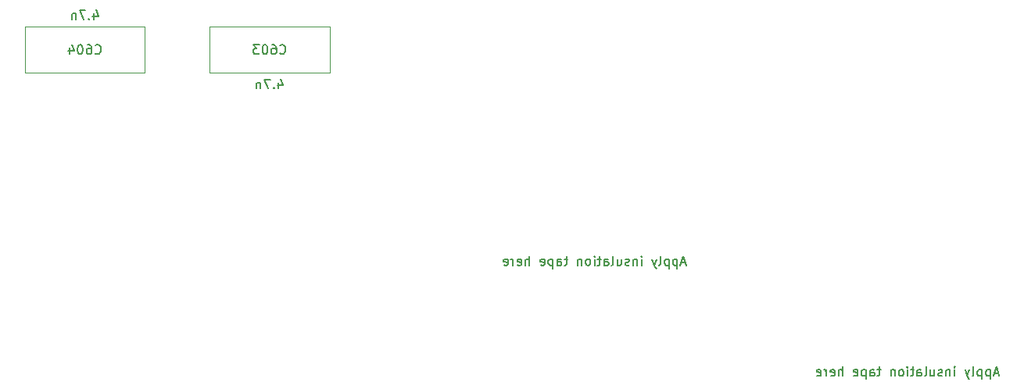
<source format=gbr>
G04 #@! TF.GenerationSoftware,KiCad,Pcbnew,5.1.10*
G04 #@! TF.CreationDate,2021-07-03T00:07:38+02:00*
G04 #@! TF.ProjectId,main,6d61696e-2e6b-4696-9361-645f70636258,v1.10*
G04 #@! TF.SameCoordinates,Original*
G04 #@! TF.FileFunction,Other,Fab,Bot*
%FSLAX46Y46*%
G04 Gerber Fmt 4.6, Leading zero omitted, Abs format (unit mm)*
G04 Created by KiCad (PCBNEW 5.1.10) date 2021-07-03 00:07:38*
%MOMM*%
%LPD*%
G01*
G04 APERTURE LIST*
%ADD10C,0.150000*%
%ADD11C,0.100000*%
G04 APERTURE END LIST*
D10*
X192957142Y-116566666D02*
X192480952Y-116566666D01*
X193052380Y-116852380D02*
X192719047Y-115852380D01*
X192385714Y-116852380D01*
X192052380Y-116185714D02*
X192052380Y-117185714D01*
X192052380Y-116233333D02*
X191957142Y-116185714D01*
X191766666Y-116185714D01*
X191671428Y-116233333D01*
X191623809Y-116280952D01*
X191576190Y-116376190D01*
X191576190Y-116661904D01*
X191623809Y-116757142D01*
X191671428Y-116804761D01*
X191766666Y-116852380D01*
X191957142Y-116852380D01*
X192052380Y-116804761D01*
X191147619Y-116185714D02*
X191147619Y-117185714D01*
X191147619Y-116233333D02*
X191052380Y-116185714D01*
X190861904Y-116185714D01*
X190766666Y-116233333D01*
X190719047Y-116280952D01*
X190671428Y-116376190D01*
X190671428Y-116661904D01*
X190719047Y-116757142D01*
X190766666Y-116804761D01*
X190861904Y-116852380D01*
X191052380Y-116852380D01*
X191147619Y-116804761D01*
X190100000Y-116852380D02*
X190195238Y-116804761D01*
X190242857Y-116709523D01*
X190242857Y-115852380D01*
X189814285Y-116185714D02*
X189576190Y-116852380D01*
X189338095Y-116185714D02*
X189576190Y-116852380D01*
X189671428Y-117090476D01*
X189719047Y-117138095D01*
X189814285Y-117185714D01*
X188195238Y-116852380D02*
X188195238Y-116185714D01*
X188195238Y-115852380D02*
X188242857Y-115900000D01*
X188195238Y-115947619D01*
X188147619Y-115900000D01*
X188195238Y-115852380D01*
X188195238Y-115947619D01*
X187719047Y-116185714D02*
X187719047Y-116852380D01*
X187719047Y-116280952D02*
X187671428Y-116233333D01*
X187576190Y-116185714D01*
X187433333Y-116185714D01*
X187338095Y-116233333D01*
X187290476Y-116328571D01*
X187290476Y-116852380D01*
X186861904Y-116804761D02*
X186766666Y-116852380D01*
X186576190Y-116852380D01*
X186480952Y-116804761D01*
X186433333Y-116709523D01*
X186433333Y-116661904D01*
X186480952Y-116566666D01*
X186576190Y-116519047D01*
X186719047Y-116519047D01*
X186814285Y-116471428D01*
X186861904Y-116376190D01*
X186861904Y-116328571D01*
X186814285Y-116233333D01*
X186719047Y-116185714D01*
X186576190Y-116185714D01*
X186480952Y-116233333D01*
X185576190Y-116185714D02*
X185576190Y-116852380D01*
X186004761Y-116185714D02*
X186004761Y-116709523D01*
X185957142Y-116804761D01*
X185861904Y-116852380D01*
X185719047Y-116852380D01*
X185623809Y-116804761D01*
X185576190Y-116757142D01*
X184957142Y-116852380D02*
X185052380Y-116804761D01*
X185100000Y-116709523D01*
X185100000Y-115852380D01*
X184147619Y-116852380D02*
X184147619Y-116328571D01*
X184195238Y-116233333D01*
X184290476Y-116185714D01*
X184480952Y-116185714D01*
X184576190Y-116233333D01*
X184147619Y-116804761D02*
X184242857Y-116852380D01*
X184480952Y-116852380D01*
X184576190Y-116804761D01*
X184623809Y-116709523D01*
X184623809Y-116614285D01*
X184576190Y-116519047D01*
X184480952Y-116471428D01*
X184242857Y-116471428D01*
X184147619Y-116423809D01*
X183814285Y-116185714D02*
X183433333Y-116185714D01*
X183671428Y-115852380D02*
X183671428Y-116709523D01*
X183623809Y-116804761D01*
X183528571Y-116852380D01*
X183433333Y-116852380D01*
X183100000Y-116852380D02*
X183100000Y-116185714D01*
X183100000Y-115852380D02*
X183147619Y-115900000D01*
X183100000Y-115947619D01*
X183052380Y-115900000D01*
X183100000Y-115852380D01*
X183100000Y-115947619D01*
X182480952Y-116852380D02*
X182576190Y-116804761D01*
X182623809Y-116757142D01*
X182671428Y-116661904D01*
X182671428Y-116376190D01*
X182623809Y-116280952D01*
X182576190Y-116233333D01*
X182480952Y-116185714D01*
X182338095Y-116185714D01*
X182242857Y-116233333D01*
X182195238Y-116280952D01*
X182147619Y-116376190D01*
X182147619Y-116661904D01*
X182195238Y-116757142D01*
X182242857Y-116804761D01*
X182338095Y-116852380D01*
X182480952Y-116852380D01*
X181719047Y-116185714D02*
X181719047Y-116852380D01*
X181719047Y-116280952D02*
X181671428Y-116233333D01*
X181576190Y-116185714D01*
X181433333Y-116185714D01*
X181338095Y-116233333D01*
X181290476Y-116328571D01*
X181290476Y-116852380D01*
X180195238Y-116185714D02*
X179814285Y-116185714D01*
X180052380Y-115852380D02*
X180052380Y-116709523D01*
X180004761Y-116804761D01*
X179909523Y-116852380D01*
X179814285Y-116852380D01*
X179052380Y-116852380D02*
X179052380Y-116328571D01*
X179100000Y-116233333D01*
X179195238Y-116185714D01*
X179385714Y-116185714D01*
X179480952Y-116233333D01*
X179052380Y-116804761D02*
X179147619Y-116852380D01*
X179385714Y-116852380D01*
X179480952Y-116804761D01*
X179528571Y-116709523D01*
X179528571Y-116614285D01*
X179480952Y-116519047D01*
X179385714Y-116471428D01*
X179147619Y-116471428D01*
X179052380Y-116423809D01*
X178576190Y-116185714D02*
X178576190Y-117185714D01*
X178576190Y-116233333D02*
X178480952Y-116185714D01*
X178290476Y-116185714D01*
X178195238Y-116233333D01*
X178147619Y-116280952D01*
X178100000Y-116376190D01*
X178100000Y-116661904D01*
X178147619Y-116757142D01*
X178195238Y-116804761D01*
X178290476Y-116852380D01*
X178480952Y-116852380D01*
X178576190Y-116804761D01*
X177290476Y-116804761D02*
X177385714Y-116852380D01*
X177576190Y-116852380D01*
X177671428Y-116804761D01*
X177719047Y-116709523D01*
X177719047Y-116328571D01*
X177671428Y-116233333D01*
X177576190Y-116185714D01*
X177385714Y-116185714D01*
X177290476Y-116233333D01*
X177242857Y-116328571D01*
X177242857Y-116423809D01*
X177719047Y-116519047D01*
X176052380Y-116852380D02*
X176052380Y-115852380D01*
X175623809Y-116852380D02*
X175623809Y-116328571D01*
X175671428Y-116233333D01*
X175766666Y-116185714D01*
X175909523Y-116185714D01*
X176004761Y-116233333D01*
X176052380Y-116280952D01*
X174766666Y-116804761D02*
X174861904Y-116852380D01*
X175052380Y-116852380D01*
X175147619Y-116804761D01*
X175195238Y-116709523D01*
X175195238Y-116328571D01*
X175147619Y-116233333D01*
X175052380Y-116185714D01*
X174861904Y-116185714D01*
X174766666Y-116233333D01*
X174719047Y-116328571D01*
X174719047Y-116423809D01*
X175195238Y-116519047D01*
X174290476Y-116852380D02*
X174290476Y-116185714D01*
X174290476Y-116376190D02*
X174242857Y-116280952D01*
X174195238Y-116233333D01*
X174100000Y-116185714D01*
X174004761Y-116185714D01*
X173290476Y-116804761D02*
X173385714Y-116852380D01*
X173576190Y-116852380D01*
X173671428Y-116804761D01*
X173719047Y-116709523D01*
X173719047Y-116328571D01*
X173671428Y-116233333D01*
X173576190Y-116185714D01*
X173385714Y-116185714D01*
X173290476Y-116233333D01*
X173242857Y-116328571D01*
X173242857Y-116423809D01*
X173719047Y-116519047D01*
X159057142Y-104566666D02*
X158580952Y-104566666D01*
X159152380Y-104852380D02*
X158819047Y-103852380D01*
X158485714Y-104852380D01*
X158152380Y-104185714D02*
X158152380Y-105185714D01*
X158152380Y-104233333D02*
X158057142Y-104185714D01*
X157866666Y-104185714D01*
X157771428Y-104233333D01*
X157723809Y-104280952D01*
X157676190Y-104376190D01*
X157676190Y-104661904D01*
X157723809Y-104757142D01*
X157771428Y-104804761D01*
X157866666Y-104852380D01*
X158057142Y-104852380D01*
X158152380Y-104804761D01*
X157247619Y-104185714D02*
X157247619Y-105185714D01*
X157247619Y-104233333D02*
X157152380Y-104185714D01*
X156961904Y-104185714D01*
X156866666Y-104233333D01*
X156819047Y-104280952D01*
X156771428Y-104376190D01*
X156771428Y-104661904D01*
X156819047Y-104757142D01*
X156866666Y-104804761D01*
X156961904Y-104852380D01*
X157152380Y-104852380D01*
X157247619Y-104804761D01*
X156200000Y-104852380D02*
X156295238Y-104804761D01*
X156342857Y-104709523D01*
X156342857Y-103852380D01*
X155914285Y-104185714D02*
X155676190Y-104852380D01*
X155438095Y-104185714D02*
X155676190Y-104852380D01*
X155771428Y-105090476D01*
X155819047Y-105138095D01*
X155914285Y-105185714D01*
X154295238Y-104852380D02*
X154295238Y-104185714D01*
X154295238Y-103852380D02*
X154342857Y-103900000D01*
X154295238Y-103947619D01*
X154247619Y-103900000D01*
X154295238Y-103852380D01*
X154295238Y-103947619D01*
X153819047Y-104185714D02*
X153819047Y-104852380D01*
X153819047Y-104280952D02*
X153771428Y-104233333D01*
X153676190Y-104185714D01*
X153533333Y-104185714D01*
X153438095Y-104233333D01*
X153390476Y-104328571D01*
X153390476Y-104852380D01*
X152961904Y-104804761D02*
X152866666Y-104852380D01*
X152676190Y-104852380D01*
X152580952Y-104804761D01*
X152533333Y-104709523D01*
X152533333Y-104661904D01*
X152580952Y-104566666D01*
X152676190Y-104519047D01*
X152819047Y-104519047D01*
X152914285Y-104471428D01*
X152961904Y-104376190D01*
X152961904Y-104328571D01*
X152914285Y-104233333D01*
X152819047Y-104185714D01*
X152676190Y-104185714D01*
X152580952Y-104233333D01*
X151676190Y-104185714D02*
X151676190Y-104852380D01*
X152104761Y-104185714D02*
X152104761Y-104709523D01*
X152057142Y-104804761D01*
X151961904Y-104852380D01*
X151819047Y-104852380D01*
X151723809Y-104804761D01*
X151676190Y-104757142D01*
X151057142Y-104852380D02*
X151152380Y-104804761D01*
X151200000Y-104709523D01*
X151200000Y-103852380D01*
X150247619Y-104852380D02*
X150247619Y-104328571D01*
X150295238Y-104233333D01*
X150390476Y-104185714D01*
X150580952Y-104185714D01*
X150676190Y-104233333D01*
X150247619Y-104804761D02*
X150342857Y-104852380D01*
X150580952Y-104852380D01*
X150676190Y-104804761D01*
X150723809Y-104709523D01*
X150723809Y-104614285D01*
X150676190Y-104519047D01*
X150580952Y-104471428D01*
X150342857Y-104471428D01*
X150247619Y-104423809D01*
X149914285Y-104185714D02*
X149533333Y-104185714D01*
X149771428Y-103852380D02*
X149771428Y-104709523D01*
X149723809Y-104804761D01*
X149628571Y-104852380D01*
X149533333Y-104852380D01*
X149200000Y-104852380D02*
X149200000Y-104185714D01*
X149200000Y-103852380D02*
X149247619Y-103900000D01*
X149200000Y-103947619D01*
X149152380Y-103900000D01*
X149200000Y-103852380D01*
X149200000Y-103947619D01*
X148580952Y-104852380D02*
X148676190Y-104804761D01*
X148723809Y-104757142D01*
X148771428Y-104661904D01*
X148771428Y-104376190D01*
X148723809Y-104280952D01*
X148676190Y-104233333D01*
X148580952Y-104185714D01*
X148438095Y-104185714D01*
X148342857Y-104233333D01*
X148295238Y-104280952D01*
X148247619Y-104376190D01*
X148247619Y-104661904D01*
X148295238Y-104757142D01*
X148342857Y-104804761D01*
X148438095Y-104852380D01*
X148580952Y-104852380D01*
X147819047Y-104185714D02*
X147819047Y-104852380D01*
X147819047Y-104280952D02*
X147771428Y-104233333D01*
X147676190Y-104185714D01*
X147533333Y-104185714D01*
X147438095Y-104233333D01*
X147390476Y-104328571D01*
X147390476Y-104852380D01*
X146295238Y-104185714D02*
X145914285Y-104185714D01*
X146152380Y-103852380D02*
X146152380Y-104709523D01*
X146104761Y-104804761D01*
X146009523Y-104852380D01*
X145914285Y-104852380D01*
X145152380Y-104852380D02*
X145152380Y-104328571D01*
X145200000Y-104233333D01*
X145295238Y-104185714D01*
X145485714Y-104185714D01*
X145580952Y-104233333D01*
X145152380Y-104804761D02*
X145247619Y-104852380D01*
X145485714Y-104852380D01*
X145580952Y-104804761D01*
X145628571Y-104709523D01*
X145628571Y-104614285D01*
X145580952Y-104519047D01*
X145485714Y-104471428D01*
X145247619Y-104471428D01*
X145152380Y-104423809D01*
X144676190Y-104185714D02*
X144676190Y-105185714D01*
X144676190Y-104233333D02*
X144580952Y-104185714D01*
X144390476Y-104185714D01*
X144295238Y-104233333D01*
X144247619Y-104280952D01*
X144200000Y-104376190D01*
X144200000Y-104661904D01*
X144247619Y-104757142D01*
X144295238Y-104804761D01*
X144390476Y-104852380D01*
X144580952Y-104852380D01*
X144676190Y-104804761D01*
X143390476Y-104804761D02*
X143485714Y-104852380D01*
X143676190Y-104852380D01*
X143771428Y-104804761D01*
X143819047Y-104709523D01*
X143819047Y-104328571D01*
X143771428Y-104233333D01*
X143676190Y-104185714D01*
X143485714Y-104185714D01*
X143390476Y-104233333D01*
X143342857Y-104328571D01*
X143342857Y-104423809D01*
X143819047Y-104519047D01*
X142152380Y-104852380D02*
X142152380Y-103852380D01*
X141723809Y-104852380D02*
X141723809Y-104328571D01*
X141771428Y-104233333D01*
X141866666Y-104185714D01*
X142009523Y-104185714D01*
X142104761Y-104233333D01*
X142152380Y-104280952D01*
X140866666Y-104804761D02*
X140961904Y-104852380D01*
X141152380Y-104852380D01*
X141247619Y-104804761D01*
X141295238Y-104709523D01*
X141295238Y-104328571D01*
X141247619Y-104233333D01*
X141152380Y-104185714D01*
X140961904Y-104185714D01*
X140866666Y-104233333D01*
X140819047Y-104328571D01*
X140819047Y-104423809D01*
X141295238Y-104519047D01*
X140390476Y-104852380D02*
X140390476Y-104185714D01*
X140390476Y-104376190D02*
X140342857Y-104280952D01*
X140295238Y-104233333D01*
X140200000Y-104185714D01*
X140104761Y-104185714D01*
X139390476Y-104804761D02*
X139485714Y-104852380D01*
X139676190Y-104852380D01*
X139771428Y-104804761D01*
X139819047Y-104709523D01*
X139819047Y-104328571D01*
X139771428Y-104233333D01*
X139676190Y-104185714D01*
X139485714Y-104185714D01*
X139390476Y-104233333D01*
X139342857Y-104328571D01*
X139342857Y-104423809D01*
X139819047Y-104519047D01*
D11*
X100500000Y-84000000D02*
X87500000Y-84000000D01*
X100500000Y-79000000D02*
X100500000Y-84000000D01*
X87500000Y-79000000D02*
X100500000Y-79000000D01*
X87500000Y-84000000D02*
X87500000Y-79000000D01*
X107500000Y-79000000D02*
X120500000Y-79000000D01*
X107500000Y-84000000D02*
X107500000Y-79000000D01*
X120500000Y-84000000D02*
X107500000Y-84000000D01*
X120500000Y-79000000D02*
X120500000Y-84000000D01*
D10*
X94976190Y-77535714D02*
X94976190Y-78202380D01*
X95214285Y-77154761D02*
X95452380Y-77869047D01*
X94833333Y-77869047D01*
X94452380Y-78107142D02*
X94404761Y-78154761D01*
X94452380Y-78202380D01*
X94500000Y-78154761D01*
X94452380Y-78107142D01*
X94452380Y-78202380D01*
X94071428Y-77202380D02*
X93404761Y-77202380D01*
X93833333Y-78202380D01*
X93023809Y-77535714D02*
X93023809Y-78202380D01*
X93023809Y-77630952D02*
X92976190Y-77583333D01*
X92880952Y-77535714D01*
X92738095Y-77535714D01*
X92642857Y-77583333D01*
X92595238Y-77678571D01*
X92595238Y-78202380D01*
X95119047Y-81857142D02*
X95166666Y-81904761D01*
X95309523Y-81952380D01*
X95404761Y-81952380D01*
X95547619Y-81904761D01*
X95642857Y-81809523D01*
X95690476Y-81714285D01*
X95738095Y-81523809D01*
X95738095Y-81380952D01*
X95690476Y-81190476D01*
X95642857Y-81095238D01*
X95547619Y-81000000D01*
X95404761Y-80952380D01*
X95309523Y-80952380D01*
X95166666Y-81000000D01*
X95119047Y-81047619D01*
X94261904Y-80952380D02*
X94452380Y-80952380D01*
X94547619Y-81000000D01*
X94595238Y-81047619D01*
X94690476Y-81190476D01*
X94738095Y-81380952D01*
X94738095Y-81761904D01*
X94690476Y-81857142D01*
X94642857Y-81904761D01*
X94547619Y-81952380D01*
X94357142Y-81952380D01*
X94261904Y-81904761D01*
X94214285Y-81857142D01*
X94166666Y-81761904D01*
X94166666Y-81523809D01*
X94214285Y-81428571D01*
X94261904Y-81380952D01*
X94357142Y-81333333D01*
X94547619Y-81333333D01*
X94642857Y-81380952D01*
X94690476Y-81428571D01*
X94738095Y-81523809D01*
X93547619Y-80952380D02*
X93452380Y-80952380D01*
X93357142Y-81000000D01*
X93309523Y-81047619D01*
X93261904Y-81142857D01*
X93214285Y-81333333D01*
X93214285Y-81571428D01*
X93261904Y-81761904D01*
X93309523Y-81857142D01*
X93357142Y-81904761D01*
X93452380Y-81952380D01*
X93547619Y-81952380D01*
X93642857Y-81904761D01*
X93690476Y-81857142D01*
X93738095Y-81761904D01*
X93785714Y-81571428D01*
X93785714Y-81333333D01*
X93738095Y-81142857D01*
X93690476Y-81047619D01*
X93642857Y-81000000D01*
X93547619Y-80952380D01*
X92357142Y-81285714D02*
X92357142Y-81952380D01*
X92595238Y-80904761D02*
X92833333Y-81619047D01*
X92214285Y-81619047D01*
X114976190Y-85035714D02*
X114976190Y-85702380D01*
X115214285Y-84654761D02*
X115452380Y-85369047D01*
X114833333Y-85369047D01*
X114452380Y-85607142D02*
X114404761Y-85654761D01*
X114452380Y-85702380D01*
X114500000Y-85654761D01*
X114452380Y-85607142D01*
X114452380Y-85702380D01*
X114071428Y-84702380D02*
X113404761Y-84702380D01*
X113833333Y-85702380D01*
X113023809Y-85035714D02*
X113023809Y-85702380D01*
X113023809Y-85130952D02*
X112976190Y-85083333D01*
X112880952Y-85035714D01*
X112738095Y-85035714D01*
X112642857Y-85083333D01*
X112595238Y-85178571D01*
X112595238Y-85702380D01*
X115119047Y-81857142D02*
X115166666Y-81904761D01*
X115309523Y-81952380D01*
X115404761Y-81952380D01*
X115547619Y-81904761D01*
X115642857Y-81809523D01*
X115690476Y-81714285D01*
X115738095Y-81523809D01*
X115738095Y-81380952D01*
X115690476Y-81190476D01*
X115642857Y-81095238D01*
X115547619Y-81000000D01*
X115404761Y-80952380D01*
X115309523Y-80952380D01*
X115166666Y-81000000D01*
X115119047Y-81047619D01*
X114261904Y-80952380D02*
X114452380Y-80952380D01*
X114547619Y-81000000D01*
X114595238Y-81047619D01*
X114690476Y-81190476D01*
X114738095Y-81380952D01*
X114738095Y-81761904D01*
X114690476Y-81857142D01*
X114642857Y-81904761D01*
X114547619Y-81952380D01*
X114357142Y-81952380D01*
X114261904Y-81904761D01*
X114214285Y-81857142D01*
X114166666Y-81761904D01*
X114166666Y-81523809D01*
X114214285Y-81428571D01*
X114261904Y-81380952D01*
X114357142Y-81333333D01*
X114547619Y-81333333D01*
X114642857Y-81380952D01*
X114690476Y-81428571D01*
X114738095Y-81523809D01*
X113547619Y-80952380D02*
X113452380Y-80952380D01*
X113357142Y-81000000D01*
X113309523Y-81047619D01*
X113261904Y-81142857D01*
X113214285Y-81333333D01*
X113214285Y-81571428D01*
X113261904Y-81761904D01*
X113309523Y-81857142D01*
X113357142Y-81904761D01*
X113452380Y-81952380D01*
X113547619Y-81952380D01*
X113642857Y-81904761D01*
X113690476Y-81857142D01*
X113738095Y-81761904D01*
X113785714Y-81571428D01*
X113785714Y-81333333D01*
X113738095Y-81142857D01*
X113690476Y-81047619D01*
X113642857Y-81000000D01*
X113547619Y-80952380D01*
X112880952Y-80952380D02*
X112261904Y-80952380D01*
X112595238Y-81333333D01*
X112452380Y-81333333D01*
X112357142Y-81380952D01*
X112309523Y-81428571D01*
X112261904Y-81523809D01*
X112261904Y-81761904D01*
X112309523Y-81857142D01*
X112357142Y-81904761D01*
X112452380Y-81952380D01*
X112738095Y-81952380D01*
X112833333Y-81904761D01*
X112880952Y-81857142D01*
M02*

</source>
